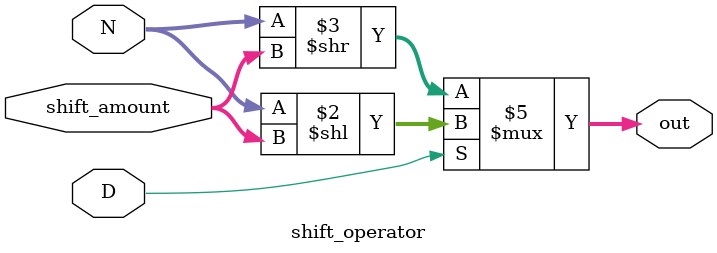
<source format=v>
module shift_operator(
  input [7:0] N,
  input [4:0] shift_amount,
  input D,
  output reg [7:0] out);

    always @(*) begin
      if (D) begin
            out = N << shift_amount;
        end
        else begin
            out = N >> shift_amount;
        end
    end

endmodule

</source>
